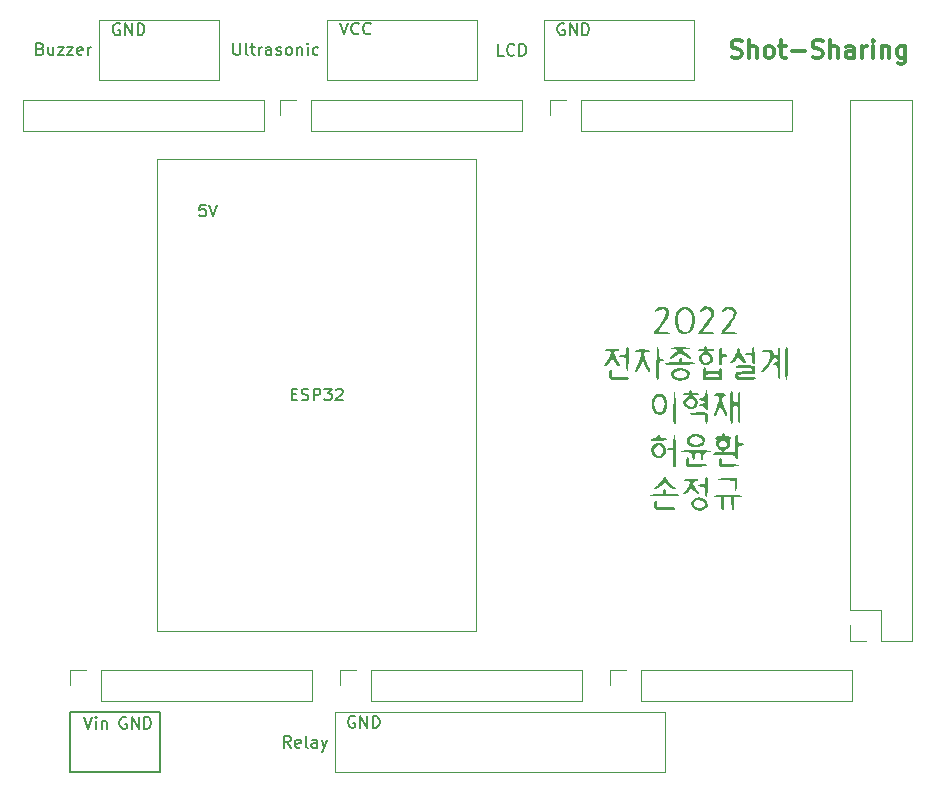
<source format=gbr>
%TF.GenerationSoftware,KiCad,Pcbnew,(6.0.7)*%
%TF.CreationDate,2022-09-06T23:20:06+09:00*%
%TF.ProjectId,jonseol2,6a6f6e73-656f-46c3-922e-6b696361645f,rev?*%
%TF.SameCoordinates,Original*%
%TF.FileFunction,Legend,Top*%
%TF.FilePolarity,Positive*%
%FSLAX46Y46*%
G04 Gerber Fmt 4.6, Leading zero omitted, Abs format (unit mm)*
G04 Created by KiCad (PCBNEW (6.0.7)) date 2022-09-06 23:20:06*
%MOMM*%
%LPD*%
G01*
G04 APERTURE LIST*
%ADD10C,0.150000*%
%ADD11C,0.300000*%
%ADD12C,0.120000*%
G04 APERTURE END LIST*
D10*
X126610000Y-99746000D02*
X134230000Y-99746000D01*
X134230000Y-99746000D02*
X134230000Y-104826000D01*
X134230000Y-104826000D02*
X126610000Y-104826000D01*
X126610000Y-104826000D02*
X126610000Y-99746000D01*
X127786190Y-100138380D02*
X128119523Y-101138380D01*
X128452857Y-100138380D01*
X128786190Y-101138380D02*
X128786190Y-100471714D01*
X128786190Y-100138380D02*
X128738571Y-100186000D01*
X128786190Y-100233619D01*
X128833809Y-100186000D01*
X128786190Y-100138380D01*
X128786190Y-100233619D01*
X129262380Y-100471714D02*
X129262380Y-101138380D01*
X129262380Y-100566952D02*
X129310000Y-100519333D01*
X129405238Y-100471714D01*
X129548095Y-100471714D01*
X129643333Y-100519333D01*
X129690952Y-100614571D01*
X129690952Y-101138380D01*
D11*
X182607142Y-44251142D02*
X182821428Y-44322571D01*
X183178571Y-44322571D01*
X183321428Y-44251142D01*
X183392857Y-44179714D01*
X183464285Y-44036857D01*
X183464285Y-43894000D01*
X183392857Y-43751142D01*
X183321428Y-43679714D01*
X183178571Y-43608285D01*
X182892857Y-43536857D01*
X182750000Y-43465428D01*
X182678571Y-43394000D01*
X182607142Y-43251142D01*
X182607142Y-43108285D01*
X182678571Y-42965428D01*
X182750000Y-42894000D01*
X182892857Y-42822571D01*
X183250000Y-42822571D01*
X183464285Y-42894000D01*
X184107142Y-44322571D02*
X184107142Y-42822571D01*
X184750000Y-44322571D02*
X184750000Y-43536857D01*
X184678571Y-43394000D01*
X184535714Y-43322571D01*
X184321428Y-43322571D01*
X184178571Y-43394000D01*
X184107142Y-43465428D01*
X185678571Y-44322571D02*
X185535714Y-44251142D01*
X185464285Y-44179714D01*
X185392857Y-44036857D01*
X185392857Y-43608285D01*
X185464285Y-43465428D01*
X185535714Y-43394000D01*
X185678571Y-43322571D01*
X185892857Y-43322571D01*
X186035714Y-43394000D01*
X186107142Y-43465428D01*
X186178571Y-43608285D01*
X186178571Y-44036857D01*
X186107142Y-44179714D01*
X186035714Y-44251142D01*
X185892857Y-44322571D01*
X185678571Y-44322571D01*
X186607142Y-43322571D02*
X187178571Y-43322571D01*
X186821428Y-42822571D02*
X186821428Y-44108285D01*
X186892857Y-44251142D01*
X187035714Y-44322571D01*
X187178571Y-44322571D01*
X187678571Y-43751142D02*
X188821428Y-43751142D01*
X189464285Y-44251142D02*
X189678571Y-44322571D01*
X190035714Y-44322571D01*
X190178571Y-44251142D01*
X190250000Y-44179714D01*
X190321428Y-44036857D01*
X190321428Y-43894000D01*
X190250000Y-43751142D01*
X190178571Y-43679714D01*
X190035714Y-43608285D01*
X189750000Y-43536857D01*
X189607142Y-43465428D01*
X189535714Y-43394000D01*
X189464285Y-43251142D01*
X189464285Y-43108285D01*
X189535714Y-42965428D01*
X189607142Y-42894000D01*
X189750000Y-42822571D01*
X190107142Y-42822571D01*
X190321428Y-42894000D01*
X190964285Y-44322571D02*
X190964285Y-42822571D01*
X191607142Y-44322571D02*
X191607142Y-43536857D01*
X191535714Y-43394000D01*
X191392857Y-43322571D01*
X191178571Y-43322571D01*
X191035714Y-43394000D01*
X190964285Y-43465428D01*
X192964285Y-44322571D02*
X192964285Y-43536857D01*
X192892857Y-43394000D01*
X192750000Y-43322571D01*
X192464285Y-43322571D01*
X192321428Y-43394000D01*
X192964285Y-44251142D02*
X192821428Y-44322571D01*
X192464285Y-44322571D01*
X192321428Y-44251142D01*
X192250000Y-44108285D01*
X192250000Y-43965428D01*
X192321428Y-43822571D01*
X192464285Y-43751142D01*
X192821428Y-43751142D01*
X192964285Y-43679714D01*
X193678571Y-44322571D02*
X193678571Y-43322571D01*
X193678571Y-43608285D02*
X193750000Y-43465428D01*
X193821428Y-43394000D01*
X193964285Y-43322571D01*
X194107142Y-43322571D01*
X194607142Y-44322571D02*
X194607142Y-43322571D01*
X194607142Y-42822571D02*
X194535714Y-42894000D01*
X194607142Y-42965428D01*
X194678571Y-42894000D01*
X194607142Y-42822571D01*
X194607142Y-42965428D01*
X195321428Y-43322571D02*
X195321428Y-44322571D01*
X195321428Y-43465428D02*
X195392857Y-43394000D01*
X195535714Y-43322571D01*
X195750000Y-43322571D01*
X195892857Y-43394000D01*
X195964285Y-43536857D01*
X195964285Y-44322571D01*
X197321428Y-43322571D02*
X197321428Y-44536857D01*
X197250000Y-44679714D01*
X197178571Y-44751142D01*
X197035714Y-44822571D01*
X196821428Y-44822571D01*
X196678571Y-44751142D01*
X197321428Y-44251142D02*
X197178571Y-44322571D01*
X196892857Y-44322571D01*
X196750000Y-44251142D01*
X196678571Y-44179714D01*
X196607142Y-44036857D01*
X196607142Y-43608285D01*
X196678571Y-43465428D01*
X196750000Y-43394000D01*
X196892857Y-43322571D01*
X197178571Y-43322571D01*
X197321428Y-43394000D01*
D10*
X131348095Y-100186000D02*
X131252857Y-100138380D01*
X131110000Y-100138380D01*
X130967142Y-100186000D01*
X130871904Y-100281238D01*
X130824285Y-100376476D01*
X130776666Y-100566952D01*
X130776666Y-100709809D01*
X130824285Y-100900285D01*
X130871904Y-100995523D01*
X130967142Y-101090761D01*
X131110000Y-101138380D01*
X131205238Y-101138380D01*
X131348095Y-101090761D01*
X131395714Y-101043142D01*
X131395714Y-100709809D01*
X131205238Y-100709809D01*
X131824285Y-101138380D02*
X131824285Y-100138380D01*
X132395714Y-101138380D01*
X132395714Y-100138380D01*
X132871904Y-101138380D02*
X132871904Y-100138380D01*
X133110000Y-100138380D01*
X133252857Y-100186000D01*
X133348095Y-100281238D01*
X133395714Y-100376476D01*
X133443333Y-100566952D01*
X133443333Y-100709809D01*
X133395714Y-100900285D01*
X133348095Y-100995523D01*
X133252857Y-101090761D01*
X133110000Y-101138380D01*
X132871904Y-101138380D01*
%TO.C,B1*%
X124071428Y-43572571D02*
X124214285Y-43620190D01*
X124261904Y-43667809D01*
X124309523Y-43763047D01*
X124309523Y-43905904D01*
X124261904Y-44001142D01*
X124214285Y-44048761D01*
X124119047Y-44096380D01*
X123738095Y-44096380D01*
X123738095Y-43096380D01*
X124071428Y-43096380D01*
X124166666Y-43144000D01*
X124214285Y-43191619D01*
X124261904Y-43286857D01*
X124261904Y-43382095D01*
X124214285Y-43477333D01*
X124166666Y-43524952D01*
X124071428Y-43572571D01*
X123738095Y-43572571D01*
X125166666Y-43429714D02*
X125166666Y-44096380D01*
X124738095Y-43429714D02*
X124738095Y-43953523D01*
X124785714Y-44048761D01*
X124880952Y-44096380D01*
X125023809Y-44096380D01*
X125119047Y-44048761D01*
X125166666Y-44001142D01*
X125547619Y-43429714D02*
X126071428Y-43429714D01*
X125547619Y-44096380D01*
X126071428Y-44096380D01*
X126357142Y-43429714D02*
X126880952Y-43429714D01*
X126357142Y-44096380D01*
X126880952Y-44096380D01*
X127642857Y-44048761D02*
X127547619Y-44096380D01*
X127357142Y-44096380D01*
X127261904Y-44048761D01*
X127214285Y-43953523D01*
X127214285Y-43572571D01*
X127261904Y-43477333D01*
X127357142Y-43429714D01*
X127547619Y-43429714D01*
X127642857Y-43477333D01*
X127690476Y-43572571D01*
X127690476Y-43667809D01*
X127214285Y-43763047D01*
X128119047Y-44096380D02*
X128119047Y-43429714D01*
X128119047Y-43620190D02*
X128166666Y-43524952D01*
X128214285Y-43477333D01*
X128309523Y-43429714D01*
X128404761Y-43429714D01*
X130793095Y-41461000D02*
X130697857Y-41413380D01*
X130555000Y-41413380D01*
X130412142Y-41461000D01*
X130316904Y-41556238D01*
X130269285Y-41651476D01*
X130221666Y-41841952D01*
X130221666Y-41984809D01*
X130269285Y-42175285D01*
X130316904Y-42270523D01*
X130412142Y-42365761D01*
X130555000Y-42413380D01*
X130650238Y-42413380D01*
X130793095Y-42365761D01*
X130840714Y-42318142D01*
X130840714Y-41984809D01*
X130650238Y-41984809D01*
X131269285Y-42413380D02*
X131269285Y-41413380D01*
X131840714Y-42413380D01*
X131840714Y-41413380D01*
X132316904Y-42413380D02*
X132316904Y-41413380D01*
X132555000Y-41413380D01*
X132697857Y-41461000D01*
X132793095Y-41556238D01*
X132840714Y-41651476D01*
X132888333Y-41841952D01*
X132888333Y-41984809D01*
X132840714Y-42175285D01*
X132793095Y-42270523D01*
X132697857Y-42365761D01*
X132555000Y-42413380D01*
X132316904Y-42413380D01*
%TO.C,*%
%TO.C,Display1*%
X163309523Y-44152380D02*
X162833333Y-44152380D01*
X162833333Y-43152380D01*
X164214285Y-44057142D02*
X164166666Y-44104761D01*
X164023809Y-44152380D01*
X163928571Y-44152380D01*
X163785714Y-44104761D01*
X163690476Y-44009523D01*
X163642857Y-43914285D01*
X163595238Y-43723809D01*
X163595238Y-43580952D01*
X163642857Y-43390476D01*
X163690476Y-43295238D01*
X163785714Y-43200000D01*
X163928571Y-43152380D01*
X164023809Y-43152380D01*
X164166666Y-43200000D01*
X164214285Y-43247619D01*
X164642857Y-44152380D02*
X164642857Y-43152380D01*
X164880952Y-43152380D01*
X165023809Y-43200000D01*
X165119047Y-43295238D01*
X165166666Y-43390476D01*
X165214285Y-43580952D01*
X165214285Y-43723809D01*
X165166666Y-43914285D01*
X165119047Y-44009523D01*
X165023809Y-44104761D01*
X164880952Y-44152380D01*
X164642857Y-44152380D01*
X168428095Y-41461000D02*
X168332857Y-41413380D01*
X168190000Y-41413380D01*
X168047142Y-41461000D01*
X167951904Y-41556238D01*
X167904285Y-41651476D01*
X167856666Y-41841952D01*
X167856666Y-41984809D01*
X167904285Y-42175285D01*
X167951904Y-42270523D01*
X168047142Y-42365761D01*
X168190000Y-42413380D01*
X168285238Y-42413380D01*
X168428095Y-42365761D01*
X168475714Y-42318142D01*
X168475714Y-41984809D01*
X168285238Y-41984809D01*
X168904285Y-42413380D02*
X168904285Y-41413380D01*
X169475714Y-42413380D01*
X169475714Y-41413380D01*
X169951904Y-42413380D02*
X169951904Y-41413380D01*
X170190000Y-41413380D01*
X170332857Y-41461000D01*
X170428095Y-41556238D01*
X170475714Y-41651476D01*
X170523333Y-41841952D01*
X170523333Y-41984809D01*
X170475714Y-42175285D01*
X170428095Y-42270523D01*
X170332857Y-42365761D01*
X170190000Y-42413380D01*
X169951904Y-42413380D01*
%TO.C,U1*%
X140428571Y-43096380D02*
X140428571Y-43905904D01*
X140476190Y-44001142D01*
X140523809Y-44048761D01*
X140619047Y-44096380D01*
X140809523Y-44096380D01*
X140904761Y-44048761D01*
X140952380Y-44001142D01*
X141000000Y-43905904D01*
X141000000Y-43096380D01*
X141619047Y-44096380D02*
X141523809Y-44048761D01*
X141476190Y-43953523D01*
X141476190Y-43096380D01*
X141857142Y-43429714D02*
X142238095Y-43429714D01*
X142000000Y-43096380D02*
X142000000Y-43953523D01*
X142047619Y-44048761D01*
X142142857Y-44096380D01*
X142238095Y-44096380D01*
X142571428Y-44096380D02*
X142571428Y-43429714D01*
X142571428Y-43620190D02*
X142619047Y-43524952D01*
X142666666Y-43477333D01*
X142761904Y-43429714D01*
X142857142Y-43429714D01*
X143619047Y-44096380D02*
X143619047Y-43572571D01*
X143571428Y-43477333D01*
X143476190Y-43429714D01*
X143285714Y-43429714D01*
X143190476Y-43477333D01*
X143619047Y-44048761D02*
X143523809Y-44096380D01*
X143285714Y-44096380D01*
X143190476Y-44048761D01*
X143142857Y-43953523D01*
X143142857Y-43858285D01*
X143190476Y-43763047D01*
X143285714Y-43715428D01*
X143523809Y-43715428D01*
X143619047Y-43667809D01*
X144047619Y-44048761D02*
X144142857Y-44096380D01*
X144333333Y-44096380D01*
X144428571Y-44048761D01*
X144476190Y-43953523D01*
X144476190Y-43905904D01*
X144428571Y-43810666D01*
X144333333Y-43763047D01*
X144190476Y-43763047D01*
X144095238Y-43715428D01*
X144047619Y-43620190D01*
X144047619Y-43572571D01*
X144095238Y-43477333D01*
X144190476Y-43429714D01*
X144333333Y-43429714D01*
X144428571Y-43477333D01*
X145047619Y-44096380D02*
X144952380Y-44048761D01*
X144904761Y-44001142D01*
X144857142Y-43905904D01*
X144857142Y-43620190D01*
X144904761Y-43524952D01*
X144952380Y-43477333D01*
X145047619Y-43429714D01*
X145190476Y-43429714D01*
X145285714Y-43477333D01*
X145333333Y-43524952D01*
X145380952Y-43620190D01*
X145380952Y-43905904D01*
X145333333Y-44001142D01*
X145285714Y-44048761D01*
X145190476Y-44096380D01*
X145047619Y-44096380D01*
X145809523Y-43429714D02*
X145809523Y-44096380D01*
X145809523Y-43524952D02*
X145857142Y-43477333D01*
X145952380Y-43429714D01*
X146095238Y-43429714D01*
X146190476Y-43477333D01*
X146238095Y-43572571D01*
X146238095Y-44096380D01*
X146714285Y-44096380D02*
X146714285Y-43429714D01*
X146714285Y-43096380D02*
X146666666Y-43144000D01*
X146714285Y-43191619D01*
X146761904Y-43144000D01*
X146714285Y-43096380D01*
X146714285Y-43191619D01*
X147619047Y-44048761D02*
X147523809Y-44096380D01*
X147333333Y-44096380D01*
X147238095Y-44048761D01*
X147190476Y-44001142D01*
X147142857Y-43905904D01*
X147142857Y-43620190D01*
X147190476Y-43524952D01*
X147238095Y-43477333D01*
X147333333Y-43429714D01*
X147523809Y-43429714D01*
X147619047Y-43477333D01*
X149466666Y-41352380D02*
X149800000Y-42352380D01*
X150133333Y-41352380D01*
X151038095Y-42257142D02*
X150990476Y-42304761D01*
X150847619Y-42352380D01*
X150752380Y-42352380D01*
X150609523Y-42304761D01*
X150514285Y-42209523D01*
X150466666Y-42114285D01*
X150419047Y-41923809D01*
X150419047Y-41780952D01*
X150466666Y-41590476D01*
X150514285Y-41495238D01*
X150609523Y-41400000D01*
X150752380Y-41352380D01*
X150847619Y-41352380D01*
X150990476Y-41400000D01*
X151038095Y-41447619D01*
X152038095Y-42257142D02*
X151990476Y-42304761D01*
X151847619Y-42352380D01*
X151752380Y-42352380D01*
X151609523Y-42304761D01*
X151514285Y-42209523D01*
X151466666Y-42114285D01*
X151419047Y-41923809D01*
X151419047Y-41780952D01*
X151466666Y-41590476D01*
X151514285Y-41495238D01*
X151609523Y-41400000D01*
X151752380Y-41352380D01*
X151847619Y-41352380D01*
X151990476Y-41400000D01*
X152038095Y-41447619D01*
%TO.C,E1*%
X145352142Y-72823571D02*
X145685476Y-72823571D01*
X145828333Y-73347380D02*
X145352142Y-73347380D01*
X145352142Y-72347380D01*
X145828333Y-72347380D01*
X146209285Y-73299761D02*
X146352142Y-73347380D01*
X146590238Y-73347380D01*
X146685476Y-73299761D01*
X146733095Y-73252142D01*
X146780714Y-73156904D01*
X146780714Y-73061666D01*
X146733095Y-72966428D01*
X146685476Y-72918809D01*
X146590238Y-72871190D01*
X146399761Y-72823571D01*
X146304523Y-72775952D01*
X146256904Y-72728333D01*
X146209285Y-72633095D01*
X146209285Y-72537857D01*
X146256904Y-72442619D01*
X146304523Y-72395000D01*
X146399761Y-72347380D01*
X146637857Y-72347380D01*
X146780714Y-72395000D01*
X147209285Y-73347380D02*
X147209285Y-72347380D01*
X147590238Y-72347380D01*
X147685476Y-72395000D01*
X147733095Y-72442619D01*
X147780714Y-72537857D01*
X147780714Y-72680714D01*
X147733095Y-72775952D01*
X147685476Y-72823571D01*
X147590238Y-72871190D01*
X147209285Y-72871190D01*
X148114047Y-72347380D02*
X148733095Y-72347380D01*
X148399761Y-72728333D01*
X148542619Y-72728333D01*
X148637857Y-72775952D01*
X148685476Y-72823571D01*
X148733095Y-72918809D01*
X148733095Y-73156904D01*
X148685476Y-73252142D01*
X148637857Y-73299761D01*
X148542619Y-73347380D01*
X148256904Y-73347380D01*
X148161666Y-73299761D01*
X148114047Y-73252142D01*
X149114047Y-72442619D02*
X149161666Y-72395000D01*
X149256904Y-72347380D01*
X149495000Y-72347380D01*
X149590238Y-72395000D01*
X149637857Y-72442619D01*
X149685476Y-72537857D01*
X149685476Y-72633095D01*
X149637857Y-72775952D01*
X149066428Y-73347380D01*
X149685476Y-73347380D01*
X138065523Y-56765380D02*
X137589333Y-56765380D01*
X137541714Y-57241571D01*
X137589333Y-57193952D01*
X137684571Y-57146333D01*
X137922666Y-57146333D01*
X138017904Y-57193952D01*
X138065523Y-57241571D01*
X138113142Y-57336809D01*
X138113142Y-57574904D01*
X138065523Y-57670142D01*
X138017904Y-57717761D01*
X137922666Y-57765380D01*
X137684571Y-57765380D01*
X137589333Y-57717761D01*
X137541714Y-57670142D01*
X138398857Y-56765380D02*
X138732190Y-57765380D01*
X139065523Y-56765380D01*
%TO.C,R1*%
X145267714Y-102738380D02*
X144934380Y-102262190D01*
X144696285Y-102738380D02*
X144696285Y-101738380D01*
X145077238Y-101738380D01*
X145172476Y-101786000D01*
X145220095Y-101833619D01*
X145267714Y-101928857D01*
X145267714Y-102071714D01*
X145220095Y-102166952D01*
X145172476Y-102214571D01*
X145077238Y-102262190D01*
X144696285Y-102262190D01*
X146077238Y-102690761D02*
X145982000Y-102738380D01*
X145791523Y-102738380D01*
X145696285Y-102690761D01*
X145648666Y-102595523D01*
X145648666Y-102214571D01*
X145696285Y-102119333D01*
X145791523Y-102071714D01*
X145982000Y-102071714D01*
X146077238Y-102119333D01*
X146124857Y-102214571D01*
X146124857Y-102309809D01*
X145648666Y-102405047D01*
X146696285Y-102738380D02*
X146601047Y-102690761D01*
X146553428Y-102595523D01*
X146553428Y-101738380D01*
X147505809Y-102738380D02*
X147505809Y-102214571D01*
X147458190Y-102119333D01*
X147362952Y-102071714D01*
X147172476Y-102071714D01*
X147077238Y-102119333D01*
X147505809Y-102690761D02*
X147410571Y-102738380D01*
X147172476Y-102738380D01*
X147077238Y-102690761D01*
X147029619Y-102595523D01*
X147029619Y-102500285D01*
X147077238Y-102405047D01*
X147172476Y-102357428D01*
X147410571Y-102357428D01*
X147505809Y-102309809D01*
X147886761Y-102071714D02*
X148124857Y-102738380D01*
X148362952Y-102071714D02*
X148124857Y-102738380D01*
X148029619Y-102976476D01*
X147982000Y-103024095D01*
X147886761Y-103071714D01*
X150705095Y-100103000D02*
X150609857Y-100055380D01*
X150467000Y-100055380D01*
X150324142Y-100103000D01*
X150228904Y-100198238D01*
X150181285Y-100293476D01*
X150133666Y-100483952D01*
X150133666Y-100626809D01*
X150181285Y-100817285D01*
X150228904Y-100912523D01*
X150324142Y-101007761D01*
X150467000Y-101055380D01*
X150562238Y-101055380D01*
X150705095Y-101007761D01*
X150752714Y-100960142D01*
X150752714Y-100626809D01*
X150562238Y-100626809D01*
X151181285Y-101055380D02*
X151181285Y-100055380D01*
X151752714Y-101055380D01*
X151752714Y-100055380D01*
X152228904Y-101055380D02*
X152228904Y-100055380D01*
X152467000Y-100055380D01*
X152609857Y-100103000D01*
X152705095Y-100198238D01*
X152752714Y-100293476D01*
X152800333Y-100483952D01*
X152800333Y-100626809D01*
X152752714Y-100817285D01*
X152705095Y-100912523D01*
X152609857Y-101007761D01*
X152467000Y-101055380D01*
X152228904Y-101055380D01*
%TO.C,*%
D12*
%TO.C,J4*%
X195250000Y-93710000D02*
X195250000Y-91110000D01*
X192650000Y-91110000D02*
X192650000Y-47870000D01*
X193980000Y-93710000D02*
X192650000Y-93710000D01*
X195250000Y-91110000D02*
X192650000Y-91110000D01*
X192650000Y-93710000D02*
X192650000Y-92380000D01*
X197850000Y-47870000D02*
X192650000Y-47870000D01*
X197850000Y-93710000D02*
X195250000Y-93710000D01*
X197850000Y-93710000D02*
X197850000Y-47870000D01*
%TO.C,J1*%
X129210000Y-98790000D02*
X147050000Y-98790000D01*
X129210000Y-98790000D02*
X129210000Y-96130000D01*
X147050000Y-98790000D02*
X147050000Y-96130000D01*
X129210000Y-96130000D02*
X147050000Y-96130000D01*
X126610000Y-97460000D02*
X126610000Y-96130000D01*
X126610000Y-96130000D02*
X127940000Y-96130000D01*
%TO.C,J2*%
X152070000Y-98790000D02*
X169910000Y-98790000D01*
X152070000Y-96130000D02*
X169910000Y-96130000D01*
X149470000Y-97460000D02*
X149470000Y-96130000D01*
X149470000Y-96130000D02*
X150800000Y-96130000D01*
X152070000Y-98790000D02*
X152070000Y-96130000D01*
X169910000Y-98790000D02*
X169910000Y-96130000D01*
%TO.C,J3*%
X174930000Y-98790000D02*
X192770000Y-98790000D01*
X172330000Y-97460000D02*
X172330000Y-96130000D01*
X192770000Y-98790000D02*
X192770000Y-96130000D01*
X172330000Y-96130000D02*
X173660000Y-96130000D01*
X174930000Y-98790000D02*
X174930000Y-96130000D01*
X174930000Y-96130000D02*
X192770000Y-96130000D01*
%TO.C,J5*%
X122606000Y-50530000D02*
X122606000Y-47870000D01*
X122606000Y-47870000D02*
X142986000Y-47870000D01*
X142986000Y-50530000D02*
X142986000Y-47870000D01*
X122606000Y-50530000D02*
X142986000Y-50530000D01*
%TO.C,J6*%
X144390000Y-49200000D02*
X144390000Y-47870000D01*
X146990000Y-50530000D02*
X164830000Y-50530000D01*
X164830000Y-50530000D02*
X164830000Y-47870000D01*
X146990000Y-50530000D02*
X146990000Y-47870000D01*
X146990000Y-47870000D02*
X164830000Y-47870000D01*
X144390000Y-47870000D02*
X145720000Y-47870000D01*
%TO.C,J7*%
X167250000Y-49200000D02*
X167250000Y-47870000D01*
X169850000Y-50530000D02*
X169850000Y-47870000D01*
X167250000Y-47870000D02*
X168580000Y-47870000D01*
X169850000Y-47870000D02*
X187690000Y-47870000D01*
X169850000Y-50530000D02*
X187690000Y-50530000D01*
X187690000Y-50530000D02*
X187690000Y-47870000D01*
%TO.C,B1*%
X129015000Y-44914000D02*
X129015000Y-42374000D01*
X129015000Y-46184000D02*
X129015000Y-44914000D01*
X130285000Y-46184000D02*
X129015000Y-46184000D01*
X130285000Y-46184000D02*
X139175000Y-46184000D01*
X129015000Y-41104000D02*
X129015000Y-42374000D01*
X139175000Y-41104000D02*
X129015000Y-41104000D01*
X139175000Y-46184000D02*
X139175000Y-41104000D01*
%TO.C,Display1*%
X166745000Y-44914000D02*
X166745000Y-46184000D01*
X179445000Y-46184000D02*
X179445000Y-41104000D01*
X166745000Y-46184000D02*
X179445000Y-46184000D01*
X179445000Y-41104000D02*
X166745000Y-41104000D01*
X166745000Y-41104000D02*
X166745000Y-42374000D01*
X166745000Y-44914000D02*
X166745000Y-42374000D01*
%TO.C,U1*%
X161055000Y-41104000D02*
X148355000Y-41104000D01*
X148355000Y-44914000D02*
X148355000Y-42374000D01*
X148355000Y-44914000D02*
X148355000Y-46184000D01*
X148355000Y-42374000D02*
X148355000Y-42247000D01*
X148355000Y-41104000D02*
X148355000Y-42374000D01*
X161055000Y-46184000D02*
X161055000Y-41104000D01*
X148355000Y-46184000D02*
X161055000Y-46184000D01*
%TO.C,E1*%
X160995000Y-52895000D02*
X133995000Y-52895000D01*
X133995000Y-52895000D02*
X133995000Y-92895000D01*
X133995000Y-92895000D02*
X160995000Y-92895000D01*
X160995000Y-92895000D02*
X160995000Y-52895000D01*
%TO.C,R1*%
X149022000Y-99746000D02*
X149022000Y-101016000D01*
X176962000Y-104826000D02*
X174422000Y-104826000D01*
X176962000Y-99746000D02*
X176962000Y-104826000D01*
X149022000Y-103556000D02*
X149022000Y-101016000D01*
X149022000Y-104826000D02*
X149022000Y-103556000D01*
X149022000Y-99746000D02*
X176962000Y-99746000D01*
X149022000Y-104826000D02*
X174422000Y-104826000D01*
%TO.C,G\u002A\u002A\u002A*%
G36*
X183274041Y-72643137D02*
G01*
X183299714Y-72882046D01*
X183316914Y-73264642D01*
X183324866Y-73778173D01*
X183325333Y-73957666D01*
X183320580Y-74477487D01*
X183307061Y-74893434D01*
X183285879Y-75186550D01*
X183258142Y-75337878D01*
X183243843Y-75354666D01*
X183205960Y-75276214D01*
X183171765Y-75065701D01*
X183146294Y-74760398D01*
X183138010Y-74571500D01*
X183123972Y-74203364D01*
X183103801Y-73971375D01*
X183068701Y-73842367D01*
X183009880Y-73783174D01*
X182923166Y-73761278D01*
X182835173Y-73756052D01*
X182779547Y-73790991D01*
X182748871Y-73896582D01*
X182735730Y-74103309D01*
X182732709Y-74441657D01*
X182732666Y-74544444D01*
X182725599Y-74954708D01*
X182701488Y-75212755D01*
X182655974Y-75335223D01*
X182584695Y-75338753D01*
X182535111Y-75298222D01*
X182515874Y-75198338D01*
X182499454Y-74959234D01*
X182487065Y-74611016D01*
X182479925Y-74183790D01*
X182478666Y-73901222D01*
X182480801Y-73388787D01*
X182488655Y-73022672D01*
X182504406Y-72779899D01*
X182530230Y-72637491D01*
X182568304Y-72572470D01*
X182605666Y-72560666D01*
X182682255Y-72602473D01*
X182721686Y-72749169D01*
X182732666Y-73026333D01*
X182738161Y-73293030D01*
X182767201Y-73431897D01*
X182838622Y-73484371D01*
X182944333Y-73492000D01*
X183065559Y-73479912D01*
X183128680Y-73416023D01*
X183152532Y-73258896D01*
X183156000Y-73026333D01*
X183169918Y-72771318D01*
X183205822Y-72602176D01*
X183240666Y-72560666D01*
X183274041Y-72643137D01*
G37*
G36*
X178910767Y-76465224D02*
G01*
X179052425Y-76318739D01*
X179352421Y-76206274D01*
X179710156Y-76187901D01*
X180042585Y-76263619D01*
X180147574Y-76318739D01*
X180311522Y-76485410D01*
X180361823Y-76727868D01*
X180362000Y-76748817D01*
X180296274Y-77030044D01*
X180097144Y-77211500D01*
X179761680Y-77295310D01*
X179600000Y-77302000D01*
X179319144Y-77273236D01*
X179081370Y-77201243D01*
X179026172Y-77170199D01*
X178868664Y-76969091D01*
X178848081Y-76829784D01*
X179058869Y-76829784D01*
X179168362Y-76948920D01*
X179332115Y-77036687D01*
X179497303Y-77098287D01*
X179566199Y-77125982D01*
X179642383Y-77106016D01*
X179816291Y-77048434D01*
X179834577Y-77042083D01*
X180029866Y-76943427D01*
X180140599Y-76831046D01*
X180141624Y-76828496D01*
X180123049Y-76670343D01*
X179986770Y-76515024D01*
X179780260Y-76402667D01*
X179600000Y-76370666D01*
X179371061Y-76421398D01*
X179175744Y-76546819D01*
X179061381Y-76706771D01*
X179058869Y-76829784D01*
X178848081Y-76829784D01*
X178830843Y-76713116D01*
X178910767Y-76465224D01*
G37*
G36*
X180649375Y-65393839D02*
G01*
X180812066Y-65461341D01*
X181013558Y-65603469D01*
X181104540Y-65790624D01*
X181122703Y-66014493D01*
X181088736Y-66204234D01*
X180973220Y-66433898D01*
X180758338Y-66736044D01*
X180659404Y-66861159D01*
X180450646Y-67127166D01*
X180290227Y-67344257D01*
X180202780Y-67478540D01*
X180193738Y-67501833D01*
X180270105Y-67535176D01*
X180469846Y-67558172D01*
X180705663Y-67565333D01*
X180997530Y-67577813D01*
X181150951Y-67613099D01*
X181166333Y-67650000D01*
X181063222Y-67692956D01*
X180848314Y-67720751D01*
X180569438Y-67733553D01*
X180274426Y-67731528D01*
X180011110Y-67714843D01*
X179827319Y-67683665D01*
X179769333Y-67645126D01*
X179820825Y-67544909D01*
X179958947Y-67350399D01*
X180159164Y-67095037D01*
X180280653Y-66948139D01*
X180512550Y-66657652D01*
X180701991Y-66392468D01*
X180820514Y-66193682D01*
X180843454Y-66135574D01*
X180841946Y-65881560D01*
X180718617Y-65706599D01*
X180510887Y-65632169D01*
X180256178Y-65679743D01*
X180149853Y-65737528D01*
X179975574Y-65815897D01*
X179902894Y-65783056D01*
X179943949Y-65671566D01*
X180076277Y-65540113D01*
X180363305Y-65386345D01*
X180649375Y-65393839D01*
G37*
G36*
X178389809Y-69755600D02*
G01*
X178414666Y-69893666D01*
X178424150Y-70006895D01*
X178477947Y-70070264D01*
X178614079Y-70098212D01*
X178870565Y-70105176D01*
X178972055Y-70105333D01*
X179287309Y-70114921D01*
X179455045Y-70146506D01*
X179496145Y-70204321D01*
X179494276Y-70211166D01*
X179422404Y-70258418D01*
X179232086Y-70294027D01*
X178907817Y-70319639D01*
X178434092Y-70336897D01*
X178275890Y-70340391D01*
X177844431Y-70345015D01*
X177475092Y-70341596D01*
X177200127Y-70330992D01*
X177051792Y-70314061D01*
X177036304Y-70307415D01*
X177004650Y-70208764D01*
X177136082Y-70142257D01*
X177427209Y-70109078D01*
X177615330Y-70105333D01*
X177909504Y-70101540D01*
X178072792Y-70080220D01*
X178143618Y-70026457D01*
X178160408Y-69925337D01*
X178160666Y-69893666D01*
X178204827Y-69723428D01*
X178287666Y-69682000D01*
X178389809Y-69755600D01*
G37*
G36*
X177555780Y-70862588D02*
G01*
X177772710Y-70697075D01*
X178133504Y-70619607D01*
X178306505Y-70613333D01*
X178687401Y-70662097D01*
X178951064Y-70801307D01*
X179081063Y-71020337D01*
X179092000Y-71121333D01*
X179021617Y-71329564D01*
X178852088Y-71517999D01*
X178645844Y-71623344D01*
X178590924Y-71629333D01*
X178392451Y-71647098D01*
X178315758Y-71664323D01*
X178156484Y-71666996D01*
X177964753Y-71627865D01*
X177669753Y-71498325D01*
X177517939Y-71317279D01*
X177498241Y-71202577D01*
X177751254Y-71202577D01*
X177871308Y-71348570D01*
X178151078Y-71451577D01*
X178501787Y-71416612D01*
X178620821Y-71377428D01*
X178800047Y-71251119D01*
X178828283Y-71091538D01*
X178708427Y-70936068D01*
X178581181Y-70866165D01*
X178319680Y-70807289D01*
X178075447Y-70832212D01*
X177878971Y-70920215D01*
X177760743Y-71050577D01*
X177751254Y-71202577D01*
X177498241Y-71202577D01*
X177483333Y-71115767D01*
X177555780Y-70862588D01*
G37*
G36*
X178652449Y-73246622D02*
G01*
X178746820Y-73146820D01*
X178994307Y-72899333D01*
X178699490Y-72899333D01*
X178510339Y-72878886D01*
X178452356Y-72825012D01*
X178457000Y-72814666D01*
X178571456Y-72753667D01*
X178758330Y-72730000D01*
X178956298Y-72691500D01*
X179007333Y-72603000D01*
X179075106Y-72490751D01*
X179134333Y-72476000D01*
X179246581Y-72543772D01*
X179261333Y-72603000D01*
X179325592Y-72696931D01*
X179530677Y-72729770D01*
X179557666Y-72730000D01*
X179753534Y-72751265D01*
X179851440Y-72803555D01*
X179854000Y-72814666D01*
X179779180Y-72869714D01*
X179593669Y-72900059D01*
X179536500Y-72901907D01*
X179343065Y-72909482D01*
X179298995Y-72936251D01*
X179384440Y-72994966D01*
X179388333Y-72997100D01*
X179652095Y-73214562D01*
X179765768Y-73488338D01*
X179769333Y-73550515D01*
X179698054Y-73803680D01*
X179514833Y-73982539D01*
X179265595Y-74074040D01*
X178996265Y-74065131D01*
X178752765Y-73942761D01*
X178674811Y-73861581D01*
X178533395Y-73636175D01*
X178528341Y-73533086D01*
X178753333Y-73533086D01*
X178820627Y-73700767D01*
X178973883Y-73852535D01*
X179134333Y-73915333D01*
X179283081Y-73859817D01*
X179382285Y-73782285D01*
X179502636Y-73572969D01*
X179464653Y-73375448D01*
X179277273Y-73227872D01*
X179249886Y-73217044D01*
X179076617Y-73225266D01*
X178891909Y-73324191D01*
X178768984Y-73467216D01*
X178753333Y-73533086D01*
X178528341Y-73533086D01*
X178524195Y-73448516D01*
X178652449Y-73246622D01*
G37*
G36*
X180201145Y-70770309D02*
G01*
X180231441Y-70598738D01*
X180290843Y-70532696D01*
X180319666Y-70528666D01*
X180423094Y-70599252D01*
X180446666Y-70698000D01*
X180463818Y-70789640D01*
X180540220Y-70840732D01*
X180713287Y-70862788D01*
X180997000Y-70867333D01*
X181294831Y-70862055D01*
X181460879Y-70838547D01*
X181532561Y-70785296D01*
X181547333Y-70698000D01*
X181600272Y-70560095D01*
X181674333Y-70528666D01*
X181745569Y-70565407D01*
X181785162Y-70696688D01*
X181800403Y-70954101D01*
X181801333Y-71079000D01*
X181801333Y-71629333D01*
X180192666Y-71629333D01*
X180192666Y-71248333D01*
X180446666Y-71248333D01*
X180483407Y-71319569D01*
X180614688Y-71359162D01*
X180872101Y-71374403D01*
X180997000Y-71375333D01*
X181305690Y-71366854D01*
X181477261Y-71336558D01*
X181543303Y-71277156D01*
X181547333Y-71248333D01*
X181510592Y-71177097D01*
X181379311Y-71137503D01*
X181121898Y-71122263D01*
X180997000Y-71121333D01*
X180688309Y-71129811D01*
X180516738Y-71160107D01*
X180450696Y-71219510D01*
X180446666Y-71248333D01*
X180192666Y-71248333D01*
X180192666Y-71079000D01*
X180201145Y-70770309D01*
G37*
G36*
X176014899Y-73019562D02*
G01*
X176227929Y-72834156D01*
X176494378Y-72768118D01*
X176730894Y-72818627D01*
X176953841Y-72950530D01*
X177082917Y-73144077D01*
X177138296Y-73439747D01*
X177144666Y-73648842D01*
X177130819Y-73994548D01*
X177076348Y-74218386D01*
X176961859Y-74366488D01*
X176799944Y-74468798D01*
X176593001Y-74564724D01*
X176446345Y-74578864D01*
X176273228Y-74513427D01*
X176213333Y-74483729D01*
X176020549Y-74301343D01*
X175887799Y-74019310D01*
X175825687Y-73639408D01*
X175828634Y-73618716D01*
X176060369Y-73618716D01*
X176086222Y-73914828D01*
X176206016Y-74180921D01*
X176405057Y-74311827D01*
X176659309Y-74292096D01*
X176667980Y-74288846D01*
X176812962Y-74152342D01*
X176906377Y-73909380D01*
X176933923Y-73618680D01*
X176892001Y-73369045D01*
X176757274Y-73116515D01*
X176587003Y-73004667D01*
X176406683Y-73016231D01*
X176241807Y-73133940D01*
X176117871Y-73340524D01*
X176060369Y-73618716D01*
X175828634Y-73618716D01*
X175874436Y-73297069D01*
X176014899Y-73019562D01*
G37*
G36*
X177810788Y-72627619D02*
G01*
X177841912Y-72868556D01*
X177867799Y-73278464D01*
X177885732Y-73857342D01*
X177887547Y-73957494D01*
X177894451Y-74479088D01*
X177893961Y-74854476D01*
X177884300Y-75106691D01*
X177863687Y-75258765D01*
X177830345Y-75333733D01*
X177782495Y-75354628D01*
X177779666Y-75354666D01*
X177731038Y-75335888D01*
X177697007Y-75264198D01*
X177675795Y-75116562D01*
X177665624Y-74869948D01*
X177664714Y-74501322D01*
X177671288Y-73987650D01*
X177671786Y-73957494D01*
X177688308Y-73353577D01*
X177713189Y-72918632D01*
X177743708Y-72652657D01*
X177777147Y-72555653D01*
X177810788Y-72627619D01*
G37*
G36*
X187312790Y-68855264D02*
G01*
X187346431Y-68930468D01*
X187367140Y-69084058D01*
X187376703Y-69339149D01*
X187376907Y-69718855D01*
X187370263Y-70204200D01*
X187356820Y-70760175D01*
X187337200Y-71162770D01*
X187309943Y-71427875D01*
X187273587Y-71571378D01*
X187241166Y-71608255D01*
X187200413Y-71583916D01*
X187170877Y-71467610D01*
X187151151Y-71241116D01*
X187139824Y-70886215D01*
X187135489Y-70384686D01*
X187135333Y-70239388D01*
X187137256Y-69714479D01*
X187144417Y-69336185D01*
X187158901Y-69081817D01*
X187182795Y-68928684D01*
X187218184Y-68854100D01*
X187264430Y-68835333D01*
X187312790Y-68855264D01*
G37*
G36*
X181775159Y-78309061D02*
G01*
X181801333Y-78487333D01*
X181801333Y-78741333D01*
X182528055Y-78741333D01*
X182897377Y-78747972D01*
X183119123Y-78770064D01*
X183214613Y-78810871D01*
X183219706Y-78847166D01*
X183126640Y-78893717D01*
X182910707Y-78934045D01*
X182618338Y-78965426D01*
X182295962Y-78985134D01*
X181990011Y-78990443D01*
X181746914Y-78978630D01*
X181613103Y-78946967D01*
X181606729Y-78941840D01*
X181568227Y-78825416D01*
X181548157Y-78612605D01*
X181547333Y-78557888D01*
X181570186Y-78327753D01*
X181645124Y-78237080D01*
X181674333Y-78233333D01*
X181775159Y-78309061D01*
G37*
G36*
X172449306Y-70753923D02*
G01*
X172485695Y-70939302D01*
X172488000Y-71036666D01*
X172488000Y-71375333D01*
X173207666Y-71375333D01*
X173567461Y-71380755D01*
X173787669Y-71400492D01*
X173897790Y-71439749D01*
X173927333Y-71502333D01*
X173897242Y-71564890D01*
X173787527Y-71603592D01*
X173569026Y-71623409D01*
X173212578Y-71629312D01*
X173182266Y-71629333D01*
X172769589Y-71617136D01*
X172479782Y-71582371D01*
X172335638Y-71527771D01*
X172335600Y-71527733D01*
X172263430Y-71380280D01*
X172232248Y-71164118D01*
X172240231Y-70938735D01*
X172285560Y-70763620D01*
X172361000Y-70698000D01*
X172449306Y-70753923D01*
G37*
G36*
X183918997Y-70376383D02*
G01*
X184553000Y-70401666D01*
X184553000Y-71079000D01*
X183854500Y-71103590D01*
X183495547Y-71122936D01*
X183278266Y-71153962D01*
X183175097Y-71202515D01*
X183156000Y-71251757D01*
X183188124Y-71312125D01*
X183303218Y-71349832D01*
X183529358Y-71369391D01*
X183894624Y-71375312D01*
X183925055Y-71375333D01*
X184306879Y-71381485D01*
X184540960Y-71401980D01*
X184648514Y-71439877D01*
X184659040Y-71481166D01*
X184559247Y-71542764D01*
X184336994Y-71586934D01*
X184038336Y-71612864D01*
X183709329Y-71619746D01*
X183396028Y-71606768D01*
X183144489Y-71573122D01*
X183000767Y-71517998D01*
X182993411Y-71510460D01*
X182925177Y-71336969D01*
X182917048Y-71147619D01*
X182936395Y-71030847D01*
X182985097Y-70958928D01*
X183098498Y-70919078D01*
X183311941Y-70898511D01*
X183642833Y-70885075D01*
X184001786Y-70865730D01*
X184219066Y-70834703D01*
X184322236Y-70786150D01*
X184341333Y-70736909D01*
X184307944Y-70674785D01*
X184188676Y-70636768D01*
X183954876Y-70617940D01*
X183621666Y-70613333D01*
X183279929Y-70604208D01*
X183031346Y-70579386D01*
X182909089Y-70542694D01*
X182902000Y-70530279D01*
X182979832Y-70439395D01*
X183215331Y-70385854D01*
X183611497Y-70369202D01*
X183918997Y-70376383D01*
G37*
G36*
X176264931Y-81853592D02*
G01*
X176297770Y-82058677D01*
X176298000Y-82085666D01*
X176298000Y-82382000D01*
X177060000Y-82382000D01*
X177431749Y-82386949D01*
X177663307Y-82405012D01*
X177783611Y-82441011D01*
X177821598Y-82499770D01*
X177822000Y-82509000D01*
X177792863Y-82570094D01*
X177686382Y-82608519D01*
X177473952Y-82628890D01*
X177126967Y-82635820D01*
X177034600Y-82636000D01*
X176602179Y-82624343D01*
X176300813Y-82590764D01*
X176148752Y-82537349D01*
X176145600Y-82534400D01*
X176070728Y-82384913D01*
X176041829Y-82174850D01*
X176056791Y-81966125D01*
X176113504Y-81820650D01*
X176171000Y-81789333D01*
X176264931Y-81853592D01*
G37*
G36*
X180520359Y-79818135D02*
G01*
X180575121Y-79944654D01*
X180604558Y-80163443D01*
X180612183Y-80459396D01*
X180601133Y-80786609D01*
X180574545Y-81099179D01*
X180535558Y-81351201D01*
X180487309Y-81496769D01*
X180467833Y-81514427D01*
X180400185Y-81479487D01*
X180367170Y-81305665D01*
X180362000Y-81124419D01*
X180356123Y-80872460D01*
X180320086Y-80743399D01*
X180226272Y-80690822D01*
X180093353Y-80672864D01*
X179871414Y-80619957D01*
X179787146Y-80540489D01*
X179845393Y-80467665D01*
X180050998Y-80434693D01*
X180058611Y-80434666D01*
X180260366Y-80422288D01*
X180344349Y-80352276D01*
X180361916Y-80175313D01*
X180362000Y-80143330D01*
X180387175Y-79921583D01*
X180447541Y-79806119D01*
X180520359Y-79818135D01*
G37*
G36*
X179425755Y-79970291D02*
G01*
X179644110Y-79992323D01*
X179763303Y-80035516D01*
X179771965Y-80053666D01*
X179701371Y-80126108D01*
X179560298Y-80165123D01*
X179387776Y-80240383D01*
X179356044Y-80398581D01*
X179464467Y-80629526D01*
X179600000Y-80802731D01*
X179789105Y-81054540D01*
X179857356Y-81220650D01*
X179817473Y-81284177D01*
X179682176Y-81228235D01*
X179464185Y-81035939D01*
X179441987Y-81012483D01*
X179190725Y-80743633D01*
X178964502Y-81012483D01*
X178785780Y-81185281D01*
X178625211Y-81276346D01*
X178520174Y-81269822D01*
X178499333Y-81209788D01*
X178556449Y-81106857D01*
X178680352Y-80976955D01*
X178815700Y-80813291D01*
X178954747Y-80584074D01*
X179059143Y-80359294D01*
X179092000Y-80225719D01*
X179018142Y-80194396D01*
X178839558Y-80180691D01*
X178830944Y-80180666D01*
X178641659Y-80152072D01*
X178605166Y-80074833D01*
X178697942Y-80021692D01*
X178900448Y-79985923D01*
X179160460Y-79968473D01*
X179425755Y-79970291D01*
G37*
G36*
X186660708Y-68917803D02*
G01*
X186686381Y-69156713D01*
X186703580Y-69539309D01*
X186711532Y-70052840D01*
X186712000Y-70232333D01*
X186707287Y-70746934D01*
X186693920Y-71161465D01*
X186673052Y-71456008D01*
X186645837Y-71610646D01*
X186631042Y-71629333D01*
X186588606Y-71551687D01*
X186551527Y-71346813D01*
X186527065Y-71056804D01*
X186525209Y-71015500D01*
X186509441Y-70698825D01*
X186483794Y-70513471D01*
X186432726Y-70421520D01*
X186340700Y-70385055D01*
X186262480Y-70374391D01*
X186092335Y-70318022D01*
X186068804Y-70230635D01*
X186183831Y-70150139D01*
X186316362Y-70120876D01*
X186497223Y-70046548D01*
X186546926Y-69919712D01*
X186463421Y-69797307D01*
X186329864Y-69745727D01*
X186193147Y-69741221D01*
X186091636Y-69815025D01*
X185986671Y-70002228D01*
X185944325Y-70095690D01*
X185778869Y-70403982D01*
X185582141Y-70674788D01*
X185386617Y-70870006D01*
X185224772Y-70951530D01*
X185214492Y-70952000D01*
X185122718Y-70931108D01*
X185128860Y-70852857D01*
X185241749Y-70693879D01*
X185367924Y-70546001D01*
X185644500Y-70161173D01*
X185817326Y-69770479D01*
X185865333Y-69477920D01*
X185843748Y-69340760D01*
X185747657Y-69273217D01*
X185530060Y-69242744D01*
X185525172Y-69242368D01*
X185281295Y-69203431D01*
X185193995Y-69147770D01*
X185253916Y-69092416D01*
X185451701Y-69054400D01*
X185632500Y-69047000D01*
X185892398Y-69053233D01*
X186028271Y-69086830D01*
X186085348Y-69170138D01*
X186103790Y-69279833D01*
X186158380Y-69454837D01*
X186296005Y-69511420D01*
X186336623Y-69512666D01*
X186469525Y-69493246D01*
X186528584Y-69403399D01*
X186542624Y-69195748D01*
X186542666Y-69174000D01*
X186561444Y-68961926D01*
X186608354Y-68843969D01*
X186627333Y-68835333D01*
X186660708Y-68917803D01*
G37*
G36*
X182853851Y-81371358D02*
G01*
X183241379Y-81387176D01*
X183471312Y-81413066D01*
X183538048Y-81448638D01*
X183537000Y-81450666D01*
X183425989Y-81504785D01*
X183215418Y-81533786D01*
X183151003Y-81535333D01*
X182817333Y-81535333D01*
X182817333Y-82092722D01*
X182807729Y-82408069D01*
X182776102Y-82575876D01*
X182718226Y-82616997D01*
X182711500Y-82615168D01*
X182643960Y-82510353D01*
X182596603Y-82263772D01*
X182580459Y-82057780D01*
X182555253Y-81535333D01*
X181970666Y-81535333D01*
X181970666Y-82085666D01*
X181962188Y-82394356D01*
X181931892Y-82565928D01*
X181872489Y-82631970D01*
X181843666Y-82636000D01*
X181772430Y-82599259D01*
X181732837Y-82467977D01*
X181717596Y-82210565D01*
X181716666Y-82085666D01*
X181716666Y-81535333D01*
X181378000Y-81535333D01*
X181165926Y-81516555D01*
X181047969Y-81469645D01*
X181039333Y-81450666D01*
X181121521Y-81416209D01*
X181358486Y-81389991D01*
X181735828Y-81372968D01*
X182239147Y-81366097D01*
X182314330Y-81366000D01*
X182853851Y-81371358D01*
G37*
G36*
X176997821Y-80805160D02*
G01*
X177041996Y-80985747D01*
X177044197Y-81006166D01*
X177070728Y-81281333D01*
X177663027Y-81281333D01*
X177986837Y-81292287D01*
X178169949Y-81323599D01*
X178203000Y-81366000D01*
X178100073Y-81398781D01*
X177850512Y-81424734D01*
X177476930Y-81442411D01*
X177001940Y-81450365D01*
X176880673Y-81450666D01*
X176342478Y-81445287D01*
X175956226Y-81429411D01*
X175727548Y-81403430D01*
X175662076Y-81367735D01*
X175663000Y-81366000D01*
X175768880Y-81322107D01*
X175993165Y-81291506D01*
X176255299Y-81281333D01*
X176795271Y-81281333D01*
X176821802Y-81006166D01*
X176862692Y-80818733D01*
X176926644Y-80731755D01*
X176933000Y-80731000D01*
X176997821Y-80805160D01*
G37*
G36*
X180016772Y-69414712D02*
G01*
X180086833Y-69353077D01*
X180319666Y-69179364D01*
X179997169Y-69176682D01*
X179793764Y-69155986D01*
X179721709Y-69104666D01*
X179727000Y-69089333D01*
X179841456Y-69028333D01*
X180028330Y-69004666D01*
X180226298Y-68966167D01*
X180277333Y-68877666D01*
X180345106Y-68765418D01*
X180404333Y-68750666D01*
X180516581Y-68818439D01*
X180531333Y-68877666D01*
X180586439Y-68965383D01*
X180769756Y-69002044D01*
X180874996Y-69004666D01*
X181089586Y-69022518D01*
X181171376Y-69070769D01*
X181166333Y-69089333D01*
X181054524Y-69145605D01*
X180846382Y-69175353D01*
X180801503Y-69176574D01*
X180610283Y-69184182D01*
X180568577Y-69211246D01*
X180656686Y-69270865D01*
X180658333Y-69271767D01*
X180914667Y-69482239D01*
X181030961Y-69736819D01*
X180999366Y-70001463D01*
X180870000Y-70190000D01*
X180638478Y-70322993D01*
X180357716Y-70355329D01*
X180099645Y-70285817D01*
X179994122Y-70204499D01*
X179863955Y-69948171D01*
X179866436Y-69875713D01*
X180102671Y-69875713D01*
X180194587Y-70022587D01*
X180341182Y-70154242D01*
X180453262Y-70177467D01*
X180612052Y-70107438D01*
X180621566Y-70102354D01*
X180755434Y-69949897D01*
X180776078Y-69745663D01*
X180684191Y-69563161D01*
X180616000Y-69512666D01*
X180396895Y-69464760D01*
X180215772Y-69536565D01*
X180106431Y-69687182D01*
X180102671Y-69875713D01*
X179866436Y-69875713D01*
X179873640Y-69665306D01*
X180016772Y-69414712D01*
G37*
G36*
X182662459Y-65458644D02*
G01*
X182879818Y-65597901D01*
X182968146Y-65722752D01*
X183033436Y-65932698D01*
X183013291Y-66149451D01*
X182896162Y-66403448D01*
X182670502Y-66725127D01*
X182513750Y-66920391D01*
X182305676Y-67177537D01*
X182146927Y-67383035D01*
X182062625Y-67503981D01*
X182055333Y-67520742D01*
X182132273Y-67544263D01*
X182332251Y-67560421D01*
X182563333Y-67565333D01*
X182833923Y-67578186D01*
X183017373Y-67611763D01*
X183071333Y-67650000D01*
X182992117Y-67691929D01*
X182775847Y-67721393D01*
X182454592Y-67734384D01*
X182394000Y-67734666D01*
X182029420Y-67726188D01*
X181812478Y-67698512D01*
X181722221Y-67648281D01*
X181716666Y-67626075D01*
X181767729Y-67514364D01*
X181903628Y-67312168D01*
X182098427Y-67057078D01*
X182169388Y-66969908D01*
X182393714Y-66690358D01*
X182584557Y-66437712D01*
X182707998Y-66257268D01*
X182724412Y-66228635D01*
X182789217Y-65978127D01*
X182719904Y-65781871D01*
X182548739Y-65662665D01*
X182307989Y-65643303D01*
X182036504Y-65742654D01*
X181869327Y-65835718D01*
X181807600Y-65838771D01*
X181812400Y-65750291D01*
X181815490Y-65734017D01*
X181926521Y-65541265D01*
X182137139Y-65430803D01*
X182398675Y-65403104D01*
X182662459Y-65458644D01*
G37*
G36*
X176996993Y-65445174D02*
G01*
X177186665Y-65561575D01*
X177195232Y-65572606D01*
X177309698Y-65799177D01*
X177320477Y-66045423D01*
X177220261Y-66333483D01*
X177001744Y-66685495D01*
X176700166Y-67072537D01*
X176529776Y-67286819D01*
X176414536Y-67448235D01*
X176382666Y-67510553D01*
X176459599Y-67539447D01*
X176659561Y-67559297D01*
X176890666Y-67565333D01*
X177161256Y-67578186D01*
X177344707Y-67611763D01*
X177398666Y-67650000D01*
X177322228Y-67690132D01*
X177124905Y-67717467D01*
X176854681Y-67731713D01*
X176559542Y-67732581D01*
X176287472Y-67719782D01*
X176086458Y-67693025D01*
X176006861Y-67658405D01*
X176037844Y-67565558D01*
X176158928Y-67375747D01*
X176349105Y-67119792D01*
X176509864Y-66920448D01*
X176817456Y-66522880D01*
X176999977Y-66214040D01*
X177064046Y-65976206D01*
X177016281Y-65791657D01*
X176958400Y-65719600D01*
X176756212Y-65626567D01*
X176499764Y-65655676D01*
X176322396Y-65745907D01*
X176159162Y-65819687D01*
X176092240Y-65777519D01*
X176141385Y-65654494D01*
X176222092Y-65567739D01*
X176447924Y-65447922D01*
X176728485Y-65407179D01*
X176996993Y-65445174D01*
G37*
G36*
X183071333Y-80477000D02*
G01*
X183055977Y-80796875D01*
X183017899Y-80977290D01*
X182969080Y-81011429D01*
X182921504Y-80892476D01*
X182887154Y-80613615D01*
X182885257Y-80582833D01*
X182859666Y-80138333D01*
X182161166Y-80113742D01*
X181769926Y-80088772D01*
X181542993Y-80051970D01*
X181476393Y-80010360D01*
X181566152Y-79970964D01*
X181808299Y-79940808D01*
X182198858Y-79926914D01*
X182267000Y-79926666D01*
X183071333Y-79926666D01*
X183071333Y-80477000D01*
G37*
G36*
X181769104Y-68900922D02*
G01*
X181801236Y-69108900D01*
X181801333Y-69126042D01*
X181820775Y-69328516D01*
X181903760Y-69418550D01*
X182015632Y-69443542D01*
X182176187Y-69492355D01*
X182229931Y-69555000D01*
X182157185Y-69627527D01*
X182015632Y-69666457D01*
X181875710Y-69705548D01*
X181814602Y-69810070D01*
X181801333Y-70026290D01*
X181779643Y-70259652D01*
X181708041Y-70354195D01*
X181674333Y-70359333D01*
X181612375Y-70329638D01*
X181573782Y-70221260D01*
X181553731Y-70005263D01*
X181547400Y-69652707D01*
X181547333Y-69597333D01*
X181552282Y-69225583D01*
X181570345Y-68994025D01*
X181606344Y-68873722D01*
X181665104Y-68835735D01*
X181674333Y-68835333D01*
X181769104Y-68900922D01*
G37*
G36*
X184495147Y-68856544D02*
G01*
X184541033Y-69050709D01*
X184572535Y-69351658D01*
X184577964Y-69462302D01*
X184578577Y-69876521D01*
X184545092Y-70141768D01*
X184478982Y-70251813D01*
X184399188Y-70219633D01*
X184361701Y-70104300D01*
X184342143Y-69892166D01*
X184341333Y-69837222D01*
X184331193Y-69626346D01*
X184270449Y-69534907D01*
X184113614Y-69513086D01*
X184045000Y-69512666D01*
X183849132Y-69491401D01*
X183751226Y-69439111D01*
X183748666Y-69428000D01*
X183822997Y-69371629D01*
X184005355Y-69343921D01*
X184039635Y-69343333D01*
X184238536Y-69326907D01*
X184325997Y-69244636D01*
X184357135Y-69068166D01*
X184394603Y-68849932D01*
X184443472Y-68784505D01*
X184495147Y-68856544D01*
G37*
G36*
X172737088Y-68963624D02*
G01*
X172955444Y-68985656D01*
X173074637Y-69028850D01*
X173083298Y-69047000D01*
X173012425Y-69118399D01*
X172862352Y-69159352D01*
X172708860Y-69199087D01*
X172669194Y-69301890D01*
X172689049Y-69438414D01*
X172774908Y-69672886D01*
X172921719Y-69927062D01*
X172952329Y-69969053D01*
X173086527Y-70167000D01*
X173160378Y-70318699D01*
X173165333Y-70346158D01*
X173124022Y-70439872D01*
X173010232Y-70396539D01*
X172839177Y-70223965D01*
X172778593Y-70147666D01*
X172630370Y-69968031D01*
X172522319Y-69863386D01*
X172499117Y-69852381D01*
X172424174Y-69917434D01*
X172301037Y-70079006D01*
X172254388Y-70148714D01*
X172100650Y-70334040D01*
X171951371Y-70435096D01*
X171843134Y-70435340D01*
X171810666Y-70349343D01*
X171862660Y-70232912D01*
X171993770Y-70049920D01*
X172064666Y-69965397D01*
X172218822Y-69765625D01*
X172308986Y-69601977D01*
X172318666Y-69558978D01*
X172348237Y-69375941D01*
X172370058Y-69307924D01*
X172369866Y-69213709D01*
X172248617Y-69176986D01*
X172151336Y-69174000D01*
X171955902Y-69146219D01*
X171916500Y-69068166D01*
X172009276Y-69015025D01*
X172211781Y-68979256D01*
X172471793Y-68961807D01*
X172737088Y-68963624D01*
G37*
G36*
X180344400Y-74351504D02*
G01*
X180475678Y-74376904D01*
X180540678Y-74430800D01*
X180573711Y-74520565D01*
X180577502Y-74535472D01*
X180609387Y-74789171D01*
X180594258Y-75047144D01*
X180540329Y-75249556D01*
X180467833Y-75334035D01*
X180397329Y-75296657D01*
X180365172Y-75114633D01*
X180362000Y-74984146D01*
X180362000Y-74599514D01*
X179663500Y-74574924D01*
X179270767Y-74549268D01*
X179043638Y-74510343D01*
X178979569Y-74464893D01*
X179076017Y-74419665D01*
X179330439Y-74381405D01*
X179740292Y-74356859D01*
X179745764Y-74356687D01*
X180112533Y-74347224D01*
X180344400Y-74351504D01*
G37*
G36*
X180505856Y-72503667D02*
G01*
X180555901Y-72652620D01*
X180593802Y-72921682D01*
X180613350Y-73298667D01*
X180614703Y-73428500D01*
X180609243Y-73800976D01*
X180588534Y-74030838D01*
X180548453Y-74144442D01*
X180498874Y-74169333D01*
X180385150Y-74098397D01*
X180337467Y-74000000D01*
X180227385Y-73859842D01*
X180073593Y-73830666D01*
X179895328Y-73798805D01*
X179866431Y-73729776D01*
X179985456Y-73663415D01*
X180080303Y-73645790D01*
X180273534Y-73587844D01*
X180335727Y-73499960D01*
X180257801Y-73420245D01*
X180140715Y-73392274D01*
X179944126Y-73334559D01*
X179880175Y-73247402D01*
X179957442Y-73167806D01*
X180081813Y-73138274D01*
X180268347Y-73076590D01*
X180341994Y-72921240D01*
X180344984Y-72899333D01*
X180394187Y-72614837D01*
X180449881Y-72487011D01*
X180505856Y-72503667D01*
G37*
G36*
X175145233Y-69015197D02*
G01*
X175411290Y-69045098D01*
X175609982Y-69096673D01*
X175684603Y-69152833D01*
X175639968Y-69232991D01*
X175448966Y-69258666D01*
X175274848Y-69268100D01*
X175209973Y-69329100D01*
X175221588Y-69490715D01*
X175236932Y-69576166D01*
X175305917Y-69825003D01*
X175424925Y-70145105D01*
X175537139Y-70400159D01*
X175654958Y-70661199D01*
X175729895Y-70855413D01*
X175745769Y-70939785D01*
X175633319Y-70951792D01*
X175486993Y-70830014D01*
X175331566Y-70599518D01*
X175254214Y-70442400D01*
X175065810Y-70015497D01*
X174836158Y-70483748D01*
X174694501Y-70732990D01*
X174560840Y-70902132D01*
X174478586Y-70952000D01*
X174365022Y-70936410D01*
X174350666Y-70923189D01*
X174385330Y-70838586D01*
X174476054Y-70645122D01*
X174598598Y-70394023D01*
X174740539Y-70076083D01*
X174854012Y-69765503D01*
X174904354Y-69576166D01*
X174933759Y-69369745D01*
X174898362Y-69280393D01*
X174766429Y-69259106D01*
X174698755Y-69258666D01*
X174499557Y-69227856D01*
X174441727Y-69156278D01*
X174535044Y-69075210D01*
X174631444Y-69043338D01*
X174866917Y-69012701D01*
X175145233Y-69015197D01*
G37*
G36*
X173835753Y-68812462D02*
G01*
X173883898Y-68928920D01*
X173911901Y-69137741D01*
X173922658Y-69437140D01*
X173918357Y-69785503D01*
X173901185Y-70141216D01*
X173873330Y-70462665D01*
X173836980Y-70708237D01*
X173794322Y-70836316D01*
X173783165Y-70845026D01*
X173721124Y-70801196D01*
X173679299Y-70612831D01*
X173656165Y-70301555D01*
X173631000Y-69724333D01*
X173355833Y-69697802D01*
X173168421Y-69659810D01*
X173081426Y-69602909D01*
X173080666Y-69597333D01*
X173154807Y-69539826D01*
X173335354Y-69499043D01*
X173355833Y-69496864D01*
X173544087Y-69459085D01*
X173628322Y-69357785D01*
X173658203Y-69174000D01*
X173701579Y-68929108D01*
X173766155Y-68802740D01*
X173835753Y-68812462D01*
G37*
G36*
X178670389Y-68843827D02*
G01*
X178941483Y-68867459D01*
X179079740Y-68903452D01*
X179092000Y-68920000D01*
X179016702Y-68972195D01*
X178827803Y-69001992D01*
X178740211Y-69004666D01*
X178522186Y-69008968D01*
X178446944Y-69037404D01*
X178487937Y-69113273D01*
X178544140Y-69176733D01*
X178722426Y-69337645D01*
X178954607Y-69505793D01*
X178986793Y-69526135D01*
X179168854Y-69667803D01*
X179202496Y-69771574D01*
X179192592Y-69784607D01*
X179067108Y-69804564D01*
X178870305Y-69740178D01*
X178659549Y-69617165D01*
X178503966Y-69475915D01*
X178400796Y-69376786D01*
X178291102Y-69359538D01*
X178132805Y-69432538D01*
X177893230Y-69597333D01*
X177646600Y-69766563D01*
X177495343Y-69838730D01*
X177404807Y-69825255D01*
X177360243Y-69772992D01*
X177395981Y-69685774D01*
X177540317Y-69548167D01*
X177666264Y-69455492D01*
X177932782Y-69256840D01*
X178045656Y-69120217D01*
X178005981Y-69038878D01*
X177814852Y-69006077D01*
X177739392Y-69004666D01*
X177521268Y-68987133D01*
X177436189Y-68939603D01*
X177441000Y-68920000D01*
X177543564Y-68883082D01*
X177775712Y-68854375D01*
X178097746Y-68837826D01*
X178292663Y-68835333D01*
X178670389Y-68843827D01*
G37*
G36*
X179245942Y-81829850D02*
G01*
X179304167Y-81758594D01*
X179557471Y-81596053D01*
X179845983Y-81544913D01*
X180131919Y-81590586D01*
X180377493Y-81718483D01*
X180544922Y-81914018D01*
X180596419Y-82162601D01*
X180582000Y-82251939D01*
X180449257Y-82463308D01*
X180203004Y-82612959D01*
X179894356Y-82678822D01*
X179642333Y-82657638D01*
X179388431Y-82531001D01*
X179225667Y-82318749D01*
X179173485Y-82075281D01*
X179428210Y-82075281D01*
X179460435Y-82246123D01*
X179596215Y-82379473D01*
X179802821Y-82451345D01*
X180047526Y-82437753D01*
X180198232Y-82379021D01*
X180330963Y-82240020D01*
X180362000Y-82128000D01*
X180288554Y-81960231D01*
X180106790Y-81841538D01*
X179874567Y-81788451D01*
X179649740Y-81817500D01*
X179532266Y-81890933D01*
X179428210Y-82075281D01*
X179173485Y-82075281D01*
X179172138Y-82068995D01*
X179245942Y-81829850D01*
G37*
G36*
X180071342Y-77561049D02*
G01*
X180454558Y-77575186D01*
X180725429Y-77596893D01*
X180859737Y-77624653D01*
X180870000Y-77635555D01*
X180795114Y-77692927D01*
X180609461Y-77735383D01*
X180552500Y-77741389D01*
X180342883Y-77772257D01*
X180247793Y-77854174D01*
X180212466Y-78041904D01*
X180208722Y-78085166D01*
X180174263Y-78289390D01*
X180121788Y-78397508D01*
X180108000Y-78402666D01*
X180053918Y-78327788D01*
X180013203Y-78142150D01*
X180007277Y-78085166D01*
X179974244Y-77874451D01*
X179898622Y-77784757D01*
X179769333Y-77767666D01*
X179612457Y-77800490D01*
X179543341Y-77932024D01*
X179529985Y-78021666D01*
X179483150Y-78239166D01*
X179412793Y-78364088D01*
X179341073Y-78367211D01*
X179310593Y-78310991D01*
X179268480Y-78134374D01*
X179244318Y-77979333D01*
X179212576Y-77854188D01*
X179126165Y-77786506D01*
X178940385Y-77753714D01*
X178774500Y-77742075D01*
X178526084Y-77713979D01*
X178364751Y-77669262D01*
X178330000Y-77636242D01*
X178410799Y-77606063D01*
X178637846Y-77581750D01*
X178988111Y-77564757D01*
X179438565Y-77556538D01*
X179600000Y-77556000D01*
X180071342Y-77561049D01*
G37*
G36*
X177080324Y-79903065D02*
G01*
X177123859Y-79994987D01*
X177256281Y-80189514D01*
X177467387Y-80402558D01*
X177565859Y-80481820D01*
X177760999Y-80637691D01*
X177883571Y-80757683D01*
X177904665Y-80794500D01*
X177849647Y-80863957D01*
X177701625Y-80838691D01*
X177497621Y-80732454D01*
X177277439Y-80561547D01*
X176953788Y-80265094D01*
X176625650Y-80561547D01*
X176389797Y-80746253D01*
X176194921Y-80847423D01*
X176071523Y-80852841D01*
X176044002Y-80794500D01*
X176104499Y-80707864D01*
X176257063Y-80563544D01*
X176339811Y-80494975D01*
X176559181Y-80285650D01*
X176735419Y-80059879D01*
X176765317Y-80008141D01*
X176886903Y-79812822D01*
X176983363Y-79778109D01*
X177080324Y-79903065D01*
G37*
G36*
X181851737Y-72745275D02*
G01*
X182068243Y-72789222D01*
X182158852Y-72859272D01*
X182109773Y-72930227D01*
X181974020Y-72968721D01*
X181842269Y-73063654D01*
X181796896Y-73274100D01*
X181836038Y-73571052D01*
X181957831Y-73925499D01*
X182047505Y-74112119D01*
X182189508Y-74405882D01*
X182239033Y-74582430D01*
X182199264Y-74664267D01*
X182127511Y-74677333D01*
X182053654Y-74608206D01*
X181938515Y-74430858D01*
X181856556Y-74279819D01*
X181654533Y-73882304D01*
X181478694Y-74279819D01*
X181349394Y-74517082D01*
X181223735Y-74656983D01*
X181171094Y-74677333D01*
X181055158Y-74653572D01*
X181039333Y-74632185D01*
X181074619Y-74537757D01*
X181165592Y-74341833D01*
X181252691Y-74165995D01*
X181388524Y-73844254D01*
X181490767Y-73506255D01*
X181518199Y-73364476D01*
X181543976Y-73131429D01*
X181523018Y-73020452D01*
X181435012Y-72986356D01*
X181347174Y-72984000D01*
X181182627Y-72956907D01*
X181124000Y-72900946D01*
X181201222Y-72812989D01*
X181406002Y-72755741D01*
X181698011Y-72737830D01*
X181851737Y-72745275D01*
G37*
G36*
X176388762Y-68879725D02*
G01*
X176428784Y-69075248D01*
X176450206Y-69322166D01*
X176468703Y-69611269D01*
X176500599Y-69769926D01*
X176562987Y-69836988D01*
X176672961Y-69851302D01*
X176683040Y-69851333D01*
X176840211Y-69880828D01*
X176890666Y-69936000D01*
X176818210Y-69999645D01*
X176679000Y-70020666D01*
X176580942Y-70026252D01*
X176519099Y-70064154D01*
X176485123Y-70166092D01*
X176470668Y-70363783D01*
X176467386Y-70688946D01*
X176467333Y-70825000D01*
X176462935Y-71207396D01*
X176446666Y-71449363D01*
X176413913Y-71579648D01*
X176360065Y-71626999D01*
X176338286Y-71629333D01*
X176290363Y-71609519D01*
X176256868Y-71534817D01*
X176236069Y-71382335D01*
X176226230Y-71129183D01*
X176225619Y-70752470D01*
X176232452Y-70232160D01*
X176246138Y-69706971D01*
X176267259Y-69285906D01*
X176294364Y-68988023D01*
X176326004Y-68832376D01*
X176340333Y-68813994D01*
X176388762Y-68879725D01*
G37*
G36*
X176528428Y-76271919D02*
G01*
X176552000Y-76370666D01*
X176584241Y-76486306D01*
X176710929Y-76533788D01*
X176855388Y-76540000D01*
X177069669Y-76563988D01*
X177126099Y-76637197D01*
X177123740Y-76645833D01*
X177014889Y-76710749D01*
X176738316Y-76755253D01*
X176388777Y-76776390D01*
X176033872Y-76783037D01*
X175822774Y-76770140D01*
X175730751Y-76734545D01*
X175724779Y-76691723D01*
X175825940Y-76608083D01*
X176020947Y-76556683D01*
X176029353Y-76555802D01*
X176227476Y-76506270D01*
X176296487Y-76394785D01*
X176298000Y-76365302D01*
X176352340Y-76231020D01*
X176425000Y-76201333D01*
X176528428Y-76271919D01*
G37*
G36*
X177779666Y-76179994D02*
G01*
X177812783Y-76270054D01*
X177841974Y-76510374D01*
X177865791Y-76881897D01*
X177882784Y-77365569D01*
X177887547Y-77598160D01*
X177894396Y-78120579D01*
X177893745Y-78496654D01*
X177883859Y-78749276D01*
X177863003Y-78901335D01*
X177829445Y-78975724D01*
X177781713Y-78995333D01*
X177717383Y-78966045D01*
X177678010Y-78858232D01*
X177658227Y-78641964D01*
X177652669Y-78287314D01*
X177652666Y-78275666D01*
X177652666Y-77556000D01*
X177398666Y-77556000D01*
X177220324Y-77531475D01*
X177144686Y-77472386D01*
X177144666Y-77471333D01*
X177218153Y-77411549D01*
X177394848Y-77386666D01*
X177645248Y-77386666D01*
X177670124Y-76772833D01*
X177693525Y-76462995D01*
X177731317Y-76254133D01*
X177777333Y-76179613D01*
X177779666Y-76179994D01*
G37*
G36*
X178915191Y-78133534D02*
G01*
X178980190Y-78284377D01*
X179007275Y-78524189D01*
X179007333Y-78536591D01*
X179014114Y-78633168D01*
X179056073Y-78693298D01*
X179165635Y-78725612D01*
X179375227Y-78738742D01*
X179717272Y-78741322D01*
X179776388Y-78741333D01*
X180158207Y-78747484D01*
X180392285Y-78767978D01*
X180499836Y-78805873D01*
X180510359Y-78847166D01*
X180417528Y-78892497D01*
X180200573Y-78932042D01*
X179904670Y-78963285D01*
X179574995Y-78983707D01*
X179256726Y-78990794D01*
X178995038Y-78982026D01*
X178835111Y-78954889D01*
X178812639Y-78941750D01*
X178771181Y-78818815D01*
X178754918Y-78605031D01*
X178762479Y-78369391D01*
X178792492Y-78180889D01*
X178829128Y-78111816D01*
X178915191Y-78133534D01*
G37*
G36*
X177907162Y-65985204D02*
G01*
X177991688Y-65806389D01*
X178235033Y-65533598D01*
X178520365Y-65404495D01*
X178816505Y-65410057D01*
X179092275Y-65541262D01*
X179316494Y-65789088D01*
X179457984Y-66144512D01*
X179474810Y-66235560D01*
X179499053Y-66735567D01*
X179418353Y-67154315D01*
X179242913Y-67472638D01*
X178982935Y-67671365D01*
X178678287Y-67732092D01*
X178429192Y-67706937D01*
X178235162Y-67649202D01*
X178224164Y-67643217D01*
X178029351Y-67441225D01*
X177894180Y-67126514D01*
X177824715Y-66746998D01*
X177826606Y-66421881D01*
X178082489Y-66421881D01*
X178092415Y-66665354D01*
X178120414Y-66995587D01*
X178168798Y-67205021D01*
X178252553Y-67342103D01*
X178321556Y-67406187D01*
X178563258Y-67545566D01*
X178794154Y-67537353D01*
X178919327Y-67482453D01*
X179073486Y-67319402D01*
X179192984Y-67043397D01*
X179256372Y-66710300D01*
X179261333Y-66591666D01*
X179213848Y-66201343D01*
X179086318Y-65897789D01*
X178901125Y-65697293D01*
X178680654Y-65616146D01*
X178447290Y-65670639D01*
X178243384Y-65850833D01*
X178143754Y-66003864D01*
X178093541Y-66175768D01*
X178082489Y-66421881D01*
X177826606Y-66421881D01*
X177827021Y-66350589D01*
X177907162Y-65985204D01*
G37*
G36*
X175888780Y-77260728D02*
G01*
X176049462Y-77053035D01*
X176267931Y-76928479D01*
X176522122Y-76921585D01*
X176654635Y-76972472D01*
X176928228Y-77194790D01*
X177050861Y-77473316D01*
X177016313Y-77779971D01*
X176884521Y-78010248D01*
X176646383Y-78192811D01*
X176363323Y-78234219D01*
X176086201Y-78132956D01*
X175974091Y-78037376D01*
X175829030Y-77787424D01*
X175812588Y-77576547D01*
X176044000Y-77576547D01*
X176096953Y-77767130D01*
X176222085Y-77949608D01*
X176368806Y-78056656D01*
X176410288Y-78064000D01*
X176534324Y-78012122D01*
X176651166Y-77923877D01*
X176772205Y-77725125D01*
X176782790Y-77493849D01*
X176698572Y-77284803D01*
X176535202Y-77152740D01*
X176425000Y-77132666D01*
X176246550Y-77205337D01*
X176100570Y-77378976D01*
X176044000Y-77576547D01*
X175812588Y-77576547D01*
X175807948Y-77517033D01*
X175888780Y-77260728D01*
G37*
G36*
X183228947Y-68870423D02*
G01*
X183289019Y-68976788D01*
X183344659Y-69182730D01*
X183354945Y-69240528D01*
X183455665Y-69535361D01*
X183620066Y-69765163D01*
X183765275Y-69937789D01*
X183833971Y-70091410D01*
X183810071Y-70181599D01*
X183773864Y-70190000D01*
X183682361Y-70136015D01*
X183520581Y-69999750D01*
X183439884Y-69923933D01*
X183165373Y-69657867D01*
X182941493Y-69923933D01*
X182770322Y-70088945D01*
X182610108Y-70183949D01*
X182501813Y-70190028D01*
X182478666Y-70137677D01*
X182529756Y-70048042D01*
X182658768Y-69882447D01*
X182731443Y-69797457D01*
X182901219Y-69565464D01*
X183017300Y-69336790D01*
X183034848Y-69278280D01*
X183098654Y-69013505D01*
X183149910Y-68884200D01*
X183203656Y-68858763D01*
X183228947Y-68870423D01*
G37*
G36*
X181329473Y-76682585D02*
G01*
X181275035Y-76604456D01*
X181207232Y-76538249D01*
X181263733Y-76456129D01*
X181406462Y-76390200D01*
X181552330Y-76370666D01*
X181750298Y-76332167D01*
X181801333Y-76243666D01*
X181869106Y-76131418D01*
X181928333Y-76116666D01*
X182040581Y-76184439D01*
X182055333Y-76243666D01*
X182131061Y-76344492D01*
X182309333Y-76370666D01*
X182510985Y-76408530D01*
X182563333Y-76497666D01*
X182527701Y-76610474D01*
X182497595Y-76624666D01*
X182463618Y-76699203D01*
X182458457Y-76885505D01*
X182464050Y-76962227D01*
X182469992Y-77191527D01*
X182407594Y-77327885D01*
X182242369Y-77444275D01*
X182233989Y-77449061D01*
X182060043Y-77564043D01*
X181973365Y-77652622D01*
X181971201Y-77661833D01*
X182047468Y-77696609D01*
X182244763Y-77719674D01*
X182436333Y-77725333D01*
X182902000Y-77725333D01*
X182902000Y-76963333D01*
X182906949Y-76591583D01*
X182925012Y-76360025D01*
X182961011Y-76239722D01*
X183019770Y-76201735D01*
X183029000Y-76201333D01*
X183112707Y-76251195D01*
X183150836Y-76420736D01*
X183156000Y-76582333D01*
X183163084Y-76816537D01*
X183205621Y-76927454D01*
X183315536Y-76961097D01*
X183420366Y-76963333D01*
X183592894Y-76974825D01*
X183624423Y-77024007D01*
X183579333Y-77090333D01*
X183412166Y-77199012D01*
X183314966Y-77217333D01*
X183228581Y-77237466D01*
X183180407Y-77322436D01*
X183159798Y-77509099D01*
X183156000Y-77767666D01*
X183147521Y-78076356D01*
X183117225Y-78247928D01*
X183057822Y-78313970D01*
X183029000Y-78318000D01*
X182925571Y-78247413D01*
X182902000Y-78148666D01*
X182891282Y-78074559D01*
X182839615Y-78025916D01*
X182717726Y-77997413D01*
X182496343Y-77983729D01*
X182146193Y-77979541D01*
X181970666Y-77979333D01*
X181596432Y-77972923D01*
X181293990Y-77955542D01*
X181097509Y-77929964D01*
X181039333Y-77903725D01*
X181116976Y-77805669D01*
X181324549Y-77742261D01*
X181554258Y-77725333D01*
X181744878Y-77694010D01*
X181794437Y-77620582D01*
X181691635Y-77535858D01*
X181631910Y-77513638D01*
X181427940Y-77368171D01*
X181320783Y-77121366D01*
X181322765Y-76961412D01*
X181572179Y-76961412D01*
X181574181Y-77165110D01*
X181575610Y-77168899D01*
X181678788Y-77272451D01*
X181895785Y-77287239D01*
X181906584Y-77286241D01*
X182097532Y-77248149D01*
X182171738Y-77149720D01*
X182182333Y-77005666D01*
X182161053Y-76825518D01*
X182062764Y-76759171D01*
X181937560Y-76751666D01*
X181704580Y-76810601D01*
X181572179Y-76961412D01*
X181322765Y-76961412D01*
X181323844Y-76874276D01*
X181329473Y-76682585D01*
G37*
%TD*%
M02*

</source>
